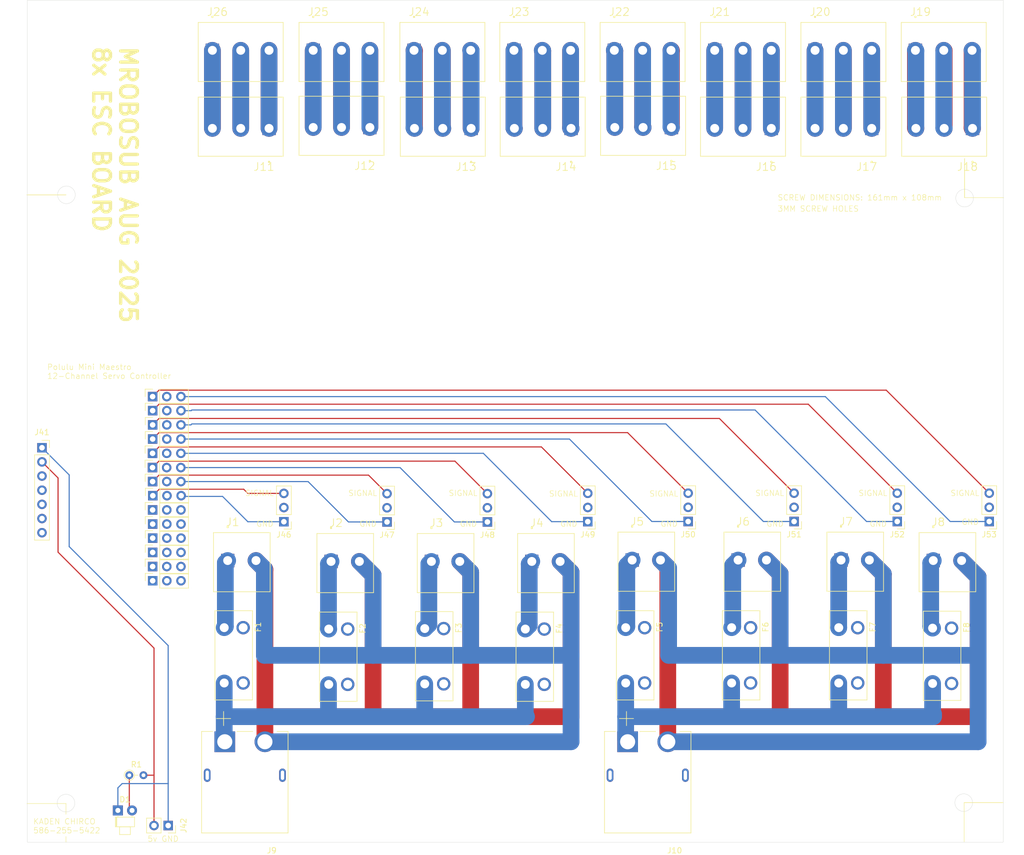
<source format=kicad_pcb>
(kicad_pcb (version 20241229) (generator "pcbnew") (generator_version "9.0")
  (layers (0 "F.Cu" signal) (2 "B.Cu" signal) (13 "F.Paste" user) (15 "B.Paste" user) (5 "F.SilkS" user "F.Silkscreen") (7 "B.SilkS" user "B.Silkscreen") (1 "F.Mask" user) (3 "B.Mask" user) (25 "Edge.Cuts" user))
  (net 0 "")
  (net 1 "Net-(J9--)")
  (net 2 "Net-(F1-Pad1)")
  (net 3 "Net-(F2-Pad1)")
  (net 4 "Net-(F3-Pad1)")
  (net 5 "Net-(F4-Pad1)")
  (net 6 "Net-(J10--)")
  (net 7 "Net-(F5-Pad1)")
  (net 8 "Net-(F6-Pad1)")
  (net 9 "Net-(F7-Pad1)")
  (net 10 "Net-(F8-Pad1)")
  (net 11 "Net-(J9-+)")
  (net 12 "Net-(J11-Pad1)")
  (net 13 "Net-(J11-Pad2)")
  (net 14 "Net-(J11-Pad3)")
  (net 15 "Net-(J12-Pad1)")
  (net 16 "Net-(J12-Pad2)")
  (net 17 "Net-(J12-Pad3)")
  (net 18 "Net-(J13-Pad2)")
  (net 19 "Net-(J13-Pad3)")
  (net 20 "Net-(J13-Pad1)")
  (net 21 "Net-(J14-Pad1)")
  (net 22 "Net-(J14-Pad3)")
  (net 23 "Net-(J14-Pad2)")
  (net 24 "Net-(J15-Pad2)")
  (net 25 "Net-(J15-Pad1)")
  (net 26 "Net-(J15-Pad3)")
  (net 27 "Net-(J16-Pad3)")
  (net 28 "Net-(J16-Pad1)")
  (net 29 "Net-(J16-Pad2)")
  (net 30 "Net-(J17-Pad2)")
  (net 31 "Net-(J17-Pad3)")
  (net 32 "Net-(J17-Pad1)")
  (net 33 "Net-(J18-Pad3)")
  (net 34 "Net-(J18-Pad2)")
  (net 35 "Net-(J18-Pad1)")
  (net 36 "Net-(J10-+)")
  (net 69 "Net-(J27-Pin_3)")
  (net 70 "Net-(J27-Pin_1)")
  (net 71 "Net-(J28-Pin_1)")
  (net 72 "Net-(J28-Pin_3)")
  (net 73 "Net-(J29-Pin_3)")
  (net 74 "Net-(J29-Pin_1)")
  (net 75 "Net-(J30-Pin_1)")
  (net 76 "Net-(J30-Pin_3)")
  (net 77 "Net-(J31-Pin_3)")
  (net 78 "Net-(J31-Pin_1)")
  (net 79 "Net-(J32-Pin_1)")
  (net 80 "Net-(J32-Pin_3)")
  (net 81 "Net-(J33-Pin_1)")
  (net 82 "Net-(J33-Pin_3)")
  (net 83 "Net-(J34-Pin_1)")
  (net 84 "Net-(J34-Pin_3)")
  (net 85 "Net-(J41-Pin_2)")
  (net 86 "/V-")
  (net 94 "Net-(D1-A)")
  (footprint "TB009-508-03BE Wire Terminal:CUI_TB009-508-03BE" (layer "F.Cu") (at 193.92 45 180)
    (property "Reference" "J17")
    (property "Value" "TB009-508-03BE" (hide yes))
  )
  (footprint "Connector_PinSocket_2.54mm:PinSocket_1x03_P2.54mm_Vertical" (layer "F.Cu") (at 64.967439 98.173024 90)
    (property "Reference" "J29" (hide yes))
    (property "Value" "Conn_01x03_Pin" (hide yes))
  )
  (footprint "Connector_PinHeader_2.54mm:PinHeader_1x03_P2.54mm_Vertical" (layer "F.Cu") (at 143 115.525 180)
    (property "Reference" "J49")
    (property "Value" "Conn_01x03_Pin")
  )
  (footprint "3568:FUSE_3568" (layer "F.Cu") (at 170.5 139.5 -90)
    (property "Reference" "F6")
    (property "Value" "3568")
  )
  (footprint "Connector_PinSocket_2.54mm:PinSocket_1x07_P2.54mm_Vertical" (layer "F.Cu") (at 45.119269 102.269086)
    (property "Reference" "J41")
    (property "Value" "Conn_01x07_Socket")
  )
  (footprint "Connector_PinHeader_2.54mm:PinHeader_1x03_P2.54mm_Vertical" (layer "F.Cu") (at 107 115.58 180)
    (property "Reference" "J47")
    (property "Value" "Conn_01x03_Pin")
  )
  (footprint "TB009-508-03BE Wire Terminal:CUI_TB009-508-03BE" (layer "F.Cu") (at 93.76 31)
    (property "Reference" "J25")
    (property "Value" "TB009-508-03BE")
  )
  (footprint "3568:FUSE_3568" (layer "F.Cu") (at 206.54 139.5875 -90)
    (property "Reference" "F8")
    (property "Value" "3568")
  )
  (footprint "TB009-508-03BE Wire Terminal:CUI_TB009-508-03BE" (layer "F.Cu") (at 75.68 31)
    (property "Reference" "J26")
    (property "Value" "TB009-508-03BE")
  )
  (footprint "Connector_PinHeader_2.54mm:PinHeader_1x03_P2.54mm_Vertical" (layer "F.Cu") (at 125 115.58 180)
    (property "Reference" "J48")
    (property "Value" "Conn_01x03_Pin")
  )
  (footprint "TB009-508-02BE Wire Terminal:CUI_TB009-508-02BE" (layer "F.Cu") (at 114.96 122.6625)
    (property "Reference" "J3")
    (property "Value" "TB009-508-02BE" (hide yes))
  )
  (footprint "TB009-508-02BE Wire Terminal:CUI_TB009-508-02BE" (layer "F.Cu") (at 132.96 122.6625)
    (property "Reference" "J4")
    (property "Value" "TB009-508-02BE" (hide yes))
  )
  (footprint "TB009-508-03BE Wire Terminal:CUI_TB009-508-03BE" (layer "F.Cu") (at 165.76 31)
    (property "Reference" "J21")
    (property "Value" "TB009-508-03BE")
  )
  (footprint "TB009-508-03BE Wire Terminal:CUI_TB009-508-03BE" (layer "F.Cu") (at 175.92 45 180)
    (property "Reference" "J16")
    (property "Value" "TB009-508-03BE" (hide yes))
  )
  (footprint "TB009-508-02BE Wire Terminal:CUI_TB009-508-02BE" (layer "F.Cu") (at 96.96 122.6625)
    (property "Reference" "J2")
    (property "Value" "TB009-508-02BE" (hide yes))
  )
  (footprint "TB009-508-02BE Wire Terminal:CUI_TB009-508-02BE" (layer "F.Cu") (at 188.42 122.4125)
    (property "Reference" "J7")
    (property "Value" "TB009-508-02BE" (hide yes))
  )
  (footprint "LED_THT:LED_D1.8mm_W1.8mm_H2.4mm_Horizontal_O1.27mm_Z4.9mm" (layer "F.Cu") (at 58.73 167.315)
    (property "Reference" "D1")
    (property "Value" "LED")
  )
  (footprint "TB009-508-03BE Wire Terminal:CUI_TB009-508-03BE" (layer "F.Cu") (at 183.76 31)
    (property "Reference" "J20")
    (property "Value" "TB009-508-03BE")
  )
  (footprint "3568:FUSE_3568" (layer "F.Cu") (at 189.71 139.5 -90)
    (property "Reference" "F7")
    (property "Value" "3568")
  )
  (footprint "Connector_PinSocket_2.54mm:PinSocket_1x03_P2.54mm_Vertical" (layer "F.Cu") (at 64.970921 121.044758 90)
    (property "Reference" "J38" (hide yes))
    (property "Value" "Conn_01x03_Pin" (hide yes))
  )
  (footprint "Connector_PinSocket_2.54mm:PinSocket_1x03_P2.54mm_Vertical" (layer "F.Cu") (at 64.960418 113.425842 90)
    (property "Reference" "J35" (hide yes))
    (property "Value" "Conn_01x03_Pin" (hide yes))
  )
  (footprint "Connector_PinSocket_2.54mm:PinSocket_1x03_P2.54mm_Vertical" (layer "F.Cu") (at 64.949124 103.273625 90)
    (property "Reference" "J31" (hide yes))
    (property "Value" "Conn_01x03_Pin" (hide yes))
  )
  (footprint "TB009-508-02BE Wire Terminal:CUI_TB009-508-02BE" (layer "F.Cu") (at 204.96 122.5)
    (property "Reference" "J8")
    (property "Value" "TB009-508-02BE" (hide yes))
  )
  (footprint "Connector_PinSocket_2.54mm:PinSocket_1x03_P2.54mm_Vertical" (layer "F.Cu") (at 64.939967 105.828505 90)
    (property "Reference" "J32" (hide yes))
    (property "Value" "Conn_01x03_Pin" (hide yes))
  )
  (footprint "TB009-508-03BE Wire Terminal:CUI_TB009-508-03BE" (layer "F.Cu") (at 111.84 31)
    (property "Reference" "J24")
    (property "Value" "TB009-508-03BE")
  )
  (footprint "Connector_PinHeader_2.54mm:PinHeader_1x03_P2.54mm_Vertical" (layer "F.Cu") (at 215 115.5 180)
    (property "Reference" "J53")
    (property "Value" "Conn_01x03_Pin")
  )
  (footprint "TB009-508-02BE Wire Terminal:CUI_TB009-508-02BE" (layer "F.Cu") (at 169.96 122.4125)
    (property "Reference" "J6")
    (property "Value" "TB009-508-02BE" (hide yes))
  )
  (footprint "XT60PW-M Power Connector:AMASS_XT60PW-M" (layer "F.Cu") (at 81.5 161 180)
    (property "Reference" "J9")
    (property "Value" "XT60PW-M")
  )
  (footprint "XT60PW-M Power Connector:AMASS_XT60PW-M" (layer "F.Cu") (at 153.75 161 180)
    (property "Reference" "J10")
    (property "Value" "XT60PW-M")
  )
  (footprint "TB009-508-03BE Wire Terminal:CUI_TB009-508-03BE" (layer "F.Cu") (at 85.84 45 180)
    (property "Reference" "J11")
    (property "Value" "TB009-508-03BE")
  )
  (footprint "Connector_PinHeader_2.54mm:PinHeader_1x03_P2.54mm_Vertical" (layer "F.Cu") (at 88.5 115.54 180)
    (property "Reference" "J46")
    (property "Value" "Conn_01x03_Pin")
  )
  (footprint "Connector_PinSocket_2.54mm:PinSocket_1x03_P2.54mm_Vertical" (layer "F.Cu") (at 64.970921 115.959418 90)
    (property "Reference" "J36" (hide yes))
    (property "Value" "Conn_01x03_Pin" (hide yes))
  )
  (footprint "Resistor_THT:R_Axial_DIN0204_L3.6mm_D1.6mm_P2.54mm_Vertical" (layer "F.Cu") (at 60.78 161)
    (property "Reference" "R1")
    (property "Value" "R_Small_US")
  )
  (footprint "Connector_PinSocket_2.54mm:PinSocket_1x03_P2.54mm_Vertical" (layer "F.Cu") (at 64.967439 100.709589 90)
    (property "Reference" "J30" (hide yes))
    (property "Value" "Conn_01x03_Pin" (hide yes))
  )
  (footprint "TB009-508-03BE Wire Terminal:CUI_TB009-508-03BE" (layer "F.Cu") (at 103.92 44.8375 180)
    (property "Reference" "J12")
    (property "Value" "TB009-508-03BE" (hide yes))
  )
  (footprint "Connector_PinSocket_2.54mm:PinSocket_1x03_P2.54mm_Vertical" (layer "F.Cu") (at 64.967503 95.619009 90)
    (property "Reference" "J28" (hide yes))
    (property "Value" "Conn_01x03_Pin" (hide yes))
  )
  (footprint "TB009-508-03BE Wire Terminal:CUI_TB009-508-03BE" (layer "F.Cu") (at 201.76 31)
    (property "Reference" "J19")
    (property "Value" "TB009-508-03BE" (hide yes))
  )
  (footprint "TB009-508-03BE Wire Terminal:CUI_TB009-508-03BE" (layer "F.Cu") (at 140 45 180)
    (property "Reference" "J14")
    (property "Value" "TB009-508-03BE" (hide yes))
  )
  (footprint "Connector_PinSocket_2.54mm:PinSocket_1x03_P2.54mm_Vertical" (layer "F.Cu") (at 64.970921 118.480721 90)
    (property "Reference" "J37" (hide yes))
    (property "Value" "Conn_01x03_Pin" (hide yes))
  )
  (footprint "Connector_PinHeader_2.54mm:PinHeader_1x03_P2.54mm_Vertical" (layer "F.Cu") (at 180 115.5 180)
    (property "Reference" "J51")
    (property "Value" "Conn_01x03_Pin")
  )
  (footprint "3568:FUSE_3568" (layer "F.Cu") (at 98.25 139.75 -90)
    (property "Reference" "F2")
    (property "Value" "3568")
  )
  (footprint "Connector_PinSocket_2.54mm:PinSocket_1x03_P2.54mm_Vertical" (layer "F.Cu") (at 64.958281 108.337598 90)
    (property "Reference" "J33" (hide yes))
    (property "Value" "Conn_01x03_Pin" (hide yes))
  )
  (footprint "TB009-508-03BE Wire Terminal:CUI_TB009-508-03BE" (layer "F.Cu") (at 129.76 31)
    (property "Reference" "J23")
    (property "Value" "TB009-508-03BE")
  )
  (footprint "TB009-508-02BE Wire Terminal:CUI_TB009-508-02BE" (layer "F.Cu") (at 78.42 122.5)
    (property "Reference" "J1")
    (property "Value" "TB009-508-02BE")
  )
  (footprint "Connector_PinHeader_2.54mm:PinHeader_1x03_P2.54mm_Vertical" (layer "F.Cu") (at 198.5 115.5 180)
    (property "Reference" "J52")
    (property "Value" "Conn_01x03_Pin")
  )
  (footprint "Connector_PinSocket_2.54mm:PinSocket_1x03_P2.54mm_Vertical" (layer "F.Cu") (at 64.962539 123.577801 90)
    (property "Reference" "J39" (hide yes))
    (property "Value" "Conn_01x03_Pin" (hide yes))
  )
  (footprint "Connector_PinSocket_2.54mm:PinSocket_1x02_P2.54mm_Vertical" (layer "F.Cu") (at 67.75 170.025 -90)
    (property "Reference" "J42")
    (property "Value" "Conn_01x02_Socket" (hide yes))
  )
  (footprint "3568:FUSE_3568" (layer "F.Cu") (at 133.5 139.75 -90)
    (property "Reference" "F4")
    (property "Value" "3568")
  )
  (footprint "TB009-508-02BE Wire Terminal:CUI_TB009-508-02BE" (layer "F.Cu") (at 150.96 122.4125)
    (property "Reference" "J5")
    (property "Value" "TB009-508-02BE" (hide yes))
  )
  (footprint "TB009-508-03BE Wire Terminal:CUI_TB009-508-03BE" (layer "F.Cu") (at 122.08 45 180)
    (property "Reference" "J13")
    (property "Value" "TB009-508-03BE" (hide yes))
  )
  (footprint "Connector_PinHeader_2.54mm:PinHeader_1x03_P2.54mm_Vertical" (layer "F.Cu") (at 161 115.5 180)
    (property "Reference" "J50")
    (property "Value" "Conn_01x03_Pin")
  )
  (footprint "3568:FUSE_3568" (layer "F.Cu") (at 115.46 139.6625 -90)
    (property "Reference" "F3")
    (property "Value" "3568")
  )
  (footprint "TB009-508-03BE Wire Terminal:CUI_TB009-508-03BE" (layer "F.Cu") (at 147.76 31)
    (property "Reference" "J22")
    (property "Value" "TB009-508-03BE")
  )
  (footprint "3568:FUSE_3568" (layer "F.Cu") (at 151.5 139.5 -90)
    (property "Reference" "F5")
    (property "Value" "3568")
  )
  (footprint "3568:FUSE_3568" (layer "F.Cu") (at 79.5 139.5 -90)
    (property "Reference" "F1")
    (property "Value" "3568")
  )
  (footprint "Connector_PinSocket_2.54mm:PinSocket_1x03_P2.54mm_Vertical" (layer "F.Cu") (at 64.958281 93.099894 90)
    (property "Reference" "J27" (hide yes))
    (property "Value" "Conn_01x03_Pin" (hide yes))
  )
  (footprint "Connector_PinSocket_2.54mm:PinSocket_1x03_P2.54mm_Vertical" (layer "F.Cu") (at 64.971518 126.12538 90)
    (property "Reference" "J40" (hide yes))
    (property "Value" "Conn_01x03_Pin" (hide yes))
  )
  (footprint "Connector_PinSocket_2.54mm:PinSocket_1x03_P2.54mm_Vertical" (layer "F.Cu") (at 64.997189 110.867798 90)
    (property "Reference" "J34" (hide yes))
    (property "Value" "Conn_01x03_Pin" (hide yes))
  )
  (footprint "TB009-508-03BE Wire Terminal:CUI_TB009-508-03BE" (layer "F.Cu") (at 212 45 180)
    (property "Reference" "J18")
    (property "Value" "TB009-508-03BE")
  )
  (footprint "TB009-508-03BE Wire Terminal:CUI_TB009-508-03BE" (layer "F.Cu") (at 158 44.8375 180)
    (property "Reference" "J15")
    (property "Value" "TB009-508-03BE" (hide yes))
  )
  (gr_line (start 42.418861 56.918861) (end 49.418861 56.918861) (stroke (width 0.1)) (layer "F.SilkS"))
  (gr_line (start 210.581139 50.418861) (end 210.581139 57.418861) (stroke (width 0.1)) (layer "F.SilkS"))
  (gr_line (start 49.418861 56.918861) (end 42.418861 56.918861) (stroke (width 0.1)) (layer "F.SilkS"))
  (gr_line (start 217.5 165.918861) (end 210.5 165.918861) (stroke (width 0.1)) (layer "F.SilkS"))
  (gr_line (start 49.418861 168) (end 49.418861 166.081139) (stroke (width 0.1)) (layer "F.SilkS"))
  (gr_line (start 210.5 165.918861) (end 217.5 165.918861) (stroke (width 0.1)) (layer "F.SilkS"))
  (gr_line (start 210.581139 57.418861) (end 217.581139 57.418861) (stroke (width 0.1)) (layer "F.SilkS"))
  (gr_line (start 210.581139 57.418861) (end 210.581139 50.418861) (stroke (width 0.1)) (layer "F.SilkS"))
  (gr_line (start 210.5 165.918861) (end 210.5 172.918861) (stroke (width 0.1)) (layer "F.SilkS"))
  (gr_line (start 49.418861 172) (end 49.418861 173) (stroke (width 0.1)) (layer "F.SilkS"))
  (gr_line (start 49.418861 166.081139) (end 42.418861 166.081139) (stroke (width 0.1)) (layer "F.SilkS"))
  (gr_circle (center 49.418861 166) (end 47.918861 165.5) (stroke (width 0.05)) (fill no) (layer "Edge.Cuts"))
  (gr_circle (center 49.5 56.918861) (end 50 55.418861) (stroke (width 0.05)) (fill no) (layer "Edge.Cuts"))
  (gr_rect (start 42.5 22) (end 217.5 173) (stroke (width 0.05)) (fill no) (layer "Edge.Cuts"))
  (gr_circle (center 210.581139 57.5) (end 212.081139 58) (stroke (width 0.05)) (fill no) (layer "Edge.Cuts"))
  (gr_circle (center 210.418861 165.918861) (end 209.918861 167.418861) (stroke (width 0.05)) (fill no) (layer "Edge.Cuts"))
  (gr_text "SCREW DIMENSIONS: 161mm x 108mm" (at 177 58 0) (layer "F.SilkS") (effects (font (size 1 1) (thickness 0.1)) (justify left bottom)))
  (gr_text "GND" (at 156 116.5 0) (layer "F.SilkS") (effects (font (size 1 1) (thickness 0.1)) (justify left bottom)))
  (gr_text "5v\n" (at 64 173 0) (layer "F.SilkS") (effects (font (size 1 1) (thickness 0.1)) (justify left bottom)))
  (gr_text "3MM SCREW HOLES\n" (at 177 60 0) (layer "F.SilkS") (effects (font (size 1 1) (thickness 0.1)) (justify left bottom)))
  (gr_text "GND" (at 83.5 116.5 0) (layer "F.SilkS") (effects (font (size 1 1) (thickness 0.1)) (justify left bottom)))
  (gr_text "SIGNAL\n" (at 100 111 0) (layer "F.SilkS") (effects (font (size 1 1) (thickness 0.1)) (justify left bottom)))
  (gr_text "Polulu Mini Maestro \n12-Channel Servo Controller" (at 46 90 0) (layer "F.SilkS") (effects (font (size 1 1) (thickness 0.1)) (justify left bottom)))
  (gr_text "GND" (at 138 116.5 0) (layer "F.SilkS") (effects (font (size 1 1) (thickness 0.1)) (justify left bottom)))
  (gr_text "KADEN CHIRCO \n586-255-5422" (at 43.5 171.5 0) (layer "F.SilkS") (effects (font (size 1 1) (thickness 0.1)) (justify left bottom)))
  (gr_text "SIGNAL\n" (at 136 111.105507 0) (layer "F.SilkS") (effects (font (size 1 1) (thickness 0.1)) (justify left bottom)))
  (gr_text "GND" (at 120 116.5 0) (layer "F.SilkS") (effects (font (size 1 1) (thickness 0.1)) (justify left bottom)))
  (gr_text "SIGNAL\n" (at 118 111 0) (layer "F.SilkS") (effects (font (size 1 1) (thickness 0.1)) (justify left bottom)))
  (gr_text "MROBOSUB AUG 2025\n8x ESC BOARD" (at 54 30 270) (layer "F.SilkS") (effects (font (size 3 3) (thickness 0.6) (bold yes)) (justify left bottom)))
  (gr_text "SIGNAL\n" (at 173 111 0) (layer "F.SilkS") (effects (font (size 1 1) (thickness 0.1)) (justify left bottom)))
  (gr_text "GND" (at 210 116.165 0) (layer "F.SilkS") (effects (font (size 1 1) (thickness 0.1)) (justify left bottom)))
  (gr_text "SIGNAL\n" (at 81.5 111 0) (layer "F.SilkS") (effects (font (size 1 1) (thickness 0.1)) (justify left bottom)))
  (gr_text "GND\n" (at 66.5 173 0) (layer "F.SilkS") (effects (font (size 1 1) (thickness 0.1)) (justify left bottom)))
  (gr_text "SIGNAL\n" (at 154 111.105507 0) (layer "F.SilkS") (effects (font (size 1 1) (thickness 0.1)) (justify left bottom)))
  (gr_text "GND" (at 102 116.5 0) (layer "F.SilkS") (effects (font (size 1 1) (thickness 0.1)) (justify left bottom)))
  (gr_text "SIGNAL\n" (at 191.5 111 0) (layer "F.SilkS") (effects (font (size 1 1) (thickness 0.1)) (justify left bottom)))
  (gr_text "SIGNAL\n" (at 208 111 0) (layer "F.SilkS") (effects (font (size 1 1) (thickness 0.1)) (justify left bottom)))
  (gr_text "GND" (at 175 116.5 0) (layer "F.SilkS") (effects (font (size 1 1) (thickness 0.1)) (justify left bottom)))
  (gr_text "GND" (at 193.5 116.5 0) (layer "F.SilkS") (effects (font (size 1 1) (thickness 0.1)) (justify left bottom)))
  (segment (start 104.5 125.1225) (end 102.04 122.6625) (width 3) (layer "F.Cu") (net 1))
  (segment (start 122 150.5) (end 122 124.6225) (width 3) (layer "F.Cu") (net 1))
  (segment (start 85.1 150.5) (end 85.1 124.1) (width 3) (layer "F.Cu") (net 1))
  (segment (start 104.5 150.5) (end 104.5 125.1225) (width 3) (layer "F.Cu") (net 1))
  (segment (start 85.1 150.5) (end 104.5 150.5) (width 3) (layer "F.Cu") (net 1))
  (segment (start 85.1 155) (end 85.1 150.5) (width 3) (layer "F.Cu") (net 1))
  (segment (start 104.5 150.5) (end 122 150.5) (width 3) (layer "F.Cu") (net 1))
  (segment (start 140 150.5) (end 140 124.6225) (width 3) (layer "F.Cu") (net 1))
  (segment (start 122 150.5) (end 140 150.5) (width 3) (layer "F.Cu") (net 1))
  (segment (start 85.1 124.1) (end 83.5 122.5) (width 3) (layer "F.Cu") (net 1))
  (segment (start 122 124.6225) (end 120.04 122.6625) (width 3) (layer "F.Cu") (net 1))
  (segment (start 140 124.6225) (end 138.04 122.6625) (width 3) (layer "F.Cu") (net 1))
  (segment (start 122 124.6225) (end 120.04 122.6625) (width 3) (layer "B.Cu") (net 1))
  (segment (start 104.5 139.5) (end 85 139.5) (width 3) (layer "B.Cu") (net 1))
  (segment (start 85 139.5) (end 85 124) (width 3) (layer "B.Cu") (net 1))
  (segment (start 140 139.5) (end 122 139.5) (width 3) (layer "B.Cu") (net 1))
  (segment (start 122 139.5) (end 104.5 139.5) (width 3) (layer "B.Cu") (net 1))
  (segment (start 140 124.6225) (end 138.04 122.6625) (width 3) (layer "B.Cu") (net 1))
  (segment (start 104.5 125.1225) (end 102.04 122.6625) (width 3) (layer "B.Cu") (net 1))
  (segment (start 104.5 139.5) (end 104.5 125.1225) (width 3) (layer "B.Cu") (net 1))
  (segment (start 85.1 155) (end 140 155) (width 3) (layer "B.Cu") (net 1))
  (segment (start 140 155) (end 140 139.5) (width 3) (layer "B.Cu") (net 1))
  (segment (start 140 139.5) (end 140 124.6225) (width 3) (layer "B.Cu") (net 1))
  (segment (start 85 124) (end 83.5 122.5) (width 3) (layer "B.Cu") (net 1))
  (segment (start 122 139.5) (end 122 124.6225) (width 3) (layer "B.Cu") (net 1))
  (segment (start 78.42 133.92) (end 77.8 134.54) (width 0.2) (layer "F.Cu") (net 2))
  (segment (start 78.42 122.5) (end 78 122.92) (width 3) (layer "B.Cu") (net 2))
  (segment (start 78 134.34) (end 77.8 134.54) (width 3) (layer "B.Cu") (net 2))
  (segment (start 78 122.92) (end 78 134.34) (width 3) (layer "B.Cu") (net 2))
  (segment (start 96.96 134.38) (end 96.55 134.79) (width 0.2) (layer "F.Cu") (net 3))
  (segment (start 96.5 123.1225) (end 96.5 134.74) (width 3) (layer "B.Cu") (net 3))
  (segment (start 96.5 134.74) (end 96.55 134.79) (width 3) (layer "B.Cu") (net 3))
  (segment (start 96.96 122.6625) (end 96.5 123.1225) (width 3) (layer "B.Cu") (net 3))
  (segment (start 114.96 133.5025) (end 113.76 134.7025) (width 0.2) (layer "F.Cu") (net 4))
  (segment (start 114.96 122.6625) (end 114.5 123.1225) (width 3) (layer "B.Cu") (net 4))
  (segment (start 114.5 133.9625) (end 113.76 134.7025) (width 3) (layer "B.Cu") (net 4))
  (segment (start 114.5 123.1225) (end 114.5 133.9625) (width 3) (layer "B.Cu") (net 4))
  (segment (start 132.96 133.63) (end 131.8 134.79) (width 0.2) (layer "F.Cu") (net 5))
  (segment (start 132.5 123.1225) (end 132.5 134.09) (width 3) (layer "B.Cu") (net 5))
  (segment (start 132.5 134.09) (end 131.8 134.79) (width 3) (layer "B.Cu") (net 5))
  (segment (start 132.96 122.6625) (end 132.5 123.1225) (width 3) (layer "B.Cu") (net 5))
  (segment (start 196 150.5) (end 213 150.5) (width 3) (layer "F.Cu") (net 6))
  (segment (start 177.5 124.8725) (end 175.04 122.4125) (width 3) (layer "F.Cu") (net 6))
  (segment (start 196 124.9125) (end 193.5 122.4125) (width 3) (layer "F.Cu") (net 6))
  (segment (start 157.35 155) (end 157.35 150.5) (width 3) (layer "F.Cu") (net 6))
  (segment (start 157.35 123.7225) (end 156.04 122.4125) (width 3) (layer "F.Cu") (net 6))
  (segment (start 213 125.46) (end 210.04 122.5) (width 3) (layer "F.Cu") (net 6))
  (segment (start 177.5 150.5) (end 196 150.5) (width 3) (layer "F.Cu") (net 6))
  (segment (start 196 150.5) (end 196 124.9125) (width 3) (layer "F.Cu") (net 6))
  (segment (start 177.5 150.5) (end 177.5 124.8725) (width 3) (layer "F.Cu") (net 6))
  (segment (start 157.35 150.5) (end 177.5 150.5) (width 3) (layer "F.Cu") (net 6))
  (segment (start 213 150.5) (end 213 125.46) (width 3) (layer "F.Cu") (net 6))
  (segment (start 157.35 150.5) (end 157.35 123.7225) (width 3) (layer "F.Cu") (net 6))
  (segment (start 213 139.5) (end 196 139.5) (width 3) (layer "B.Cu") (net 6))
  (segment (start 196 124.9125) (end 193.5 122.4125) (width 3) (layer "B.Cu") (net 6))
  (segment (start 213 125.46) (end 210.04 122.5) (width 3) (layer "B.Cu") (net 6))
  (segment (start 196 139.5) (end 196 124.9125) (width 3) (layer "B.Cu") (net 6))
  (segment (start 157.35 155) (end 213 155) (width 3) (layer "B.Cu") (net 6))
  (segment (start 177.5 124.8725) (end 175.04 122.4125) (width 3) (layer "B.Cu") (net 6))
  (segment (start 196 139.5) (end 177.5 139.5) (width 3) (layer "B.Cu") (net 6))
  (segment (start 157.5 123.8725) (end 156.04 122.4125) (width 3) (layer "B.Cu") (net 6))
  (segment (start 157.5 139.5) (end 157.5 123.8725) (width 3) (layer "B.Cu") (net 6))
  (segment (start 177.5 139.5) (end 177.5 124.8725) (width 3) (layer "B.Cu") (net 6))
  (segment (start 213 139.5) (end 213 125.46) (width 3) (layer "B.Cu") (net 6))
  (segment (start 213 155) (end 213 139.5) (width 3) (layer "B.Cu") (net 6))
  (segment (start 177.5 139.5) (end 157.5 139.5) (width 3) (layer "B.Cu") (net 6))
  (segment (start 150.96 133.38) (end 149.8 134.54) (width 0.2) (layer "F.Cu") (net 7))
  (segment (start 150 123.3725) (end 150 134.34) (width 3) (layer "B.Cu") (net 7))
  (segment (start 150 134.34) (end 149.8 134.54) (width 3) (layer "B.Cu") (net 7))
  (segment (start 150.96 122.4125) (end 150 123.3725) (width 3) (layer "B.Cu") (net 7))
  (segment (start 169.96 133.38) (end 168.8 134.54) (width 0.2) (layer "F.Cu") (net 8))
  (segment (start 169 134.34) (end 168.8 134.54) (width 3) (layer "B.Cu") (net 8))
  (segment (start 169 123.3725) (end 169 134.34) (width 3) (layer "B.Cu") (net 8))
  (segment (start 169.96 122.4125) (end 169 123.3725) (width 3) (layer "B.Cu") (net 8))
  (segment (start 188.42 134.13) (end 188.01 134.54) (width 0.2) (layer "F.Cu") (net 9))
  (segment (start 188 122.8325) (end 188 134.53) (width 3) (layer "B.Cu") (net 9))
  (segment (start 188 134.53) (end 188.01 134.54) (width 3) (layer "B.Cu") (net 9))
  (segment (start 188.42 122.4125) (end 188 122.8325) (width 3) (layer "B.Cu") (net 9))
  (segment (start 204.96 134.5075) (end 204.84 134.6275) (width 0.2) (layer "F.Cu") (net 10))
  (segment (start 204.5 134.2875) (end 204.84 134.6275) (width 3) (layer "B.Cu") (net 10))
  (segment (start 204.96 122.5) (end 204.5 122.96) (width 3) (layer "B.Cu") (net 10))
  (segment (start 204.5 122.96) (end 204.5 134.2875) (width 3) (layer "B.Cu") (net 10))
  (segment (start 96.55 144.71) (end 96.5 144.76) (width 0.2) (layer "F.Cu") (net 11))
  (segment (start 77.8 154.9) (end 77.9 155) (width 0.2) (layer "F.Cu") (net 11))
  (segment (start 113.5 150.5) (end 96.5 150.5) (width 3) (layer "B.Cu") (net 11))
  (segment (start 113.76 144.6225) (end 113.76 150.24) (width 3) (layer "B.Cu") (net 11))
  (segment (start 96.5 150.5) (end 77.8 150.5) (width 3) (layer "B.Cu") (net 11))
  (segment (start 77.8 144.46) (end 77.8 150.5) (width 3) (layer "B.Cu") (net 11))
  (segment (start 132 150.5) (end 113.5 150.5) (width 3) (layer "B.Cu") (net 11))
  (segment (start 113.76 150.24) (end 113.5 150.5) (width 3) (layer "B.Cu") (net 11))
  (segment (start 96.5 144.76) (end 96.5 150.5) (width 3) (layer "B.Cu") (net 11))
  (segment (start 77.8 150.5) (end 77.8 154.9) (width 3) (layer "B.Cu") (net 11))
  (segment (start 131.8 150.3) (end 132 150.5) (width 3) (layer "B.Cu") (net 11))
  (segment (start 131.8 144.71) (end 131.8 150.3) (width 3) (layer "B.Cu") (net 11))
  (segment (start 85.84 45) (end 85.84 31) (width 3) (layer "F.Cu") (net 12))
  (segment (start 85.84 31) (end 85.84 45) (width 3) (layer "B.Cu") (net 12))
  (segment (start 80.76 31) (end 80.76 45) (width 3) (layer "F.Cu") (net 13))
  (segment (start 80.76 45) (end 80.76 31) (width 3) (layer "B.Cu") (net 13))
  (segment (start 75.68 45) (end 75.68 31) (width 3) (layer "F.Cu") (net 14))
  (segment (start 75.68 31) (end 75.68 45) (width 3) (layer "B.Cu") (net 14))
  (segment (start 103.92 31) (end 103.92 44.8375) (width 3) (layer "F.Cu") (net 15))
  (segment (start 103.92 44.8375) (end 103.92 31) (width 3) (layer "B.Cu") (net 15))
  (segment (start 98.84 44.8375) (end 98.84 31) (width 3) (layer "F.Cu") (net 16))
  (segment (start 98.84 31) (end 98.84 44.8375) (width 3) (layer "B.Cu") (net 16))
  (segment (start 93.76 31) (end 93.76 44.8375) (width 3) (layer "F.Cu") (net 17))
  (segment (start 93.76 44.8375) (end 93.76 31) (width 3) (layer "B.Cu") (net 17))
  (segment (start 116.92 44.92) (end 117 45) (width 3) (layer "F.Cu") (net 18))
  (segment (start 116.92 31) (end 116.92 44.92) (width 3) (layer "F.Cu") (net 18))
  (segment (start 116.92 31) (end 116.92 44.92) (width 3) (layer "B.Cu") (net 18))
  (segment (start 116.92 44.92) (end 117 45) (width 3) (layer "B.Cu") (net 18))
  (segment (start 111.92 45) (end 111.92 31.08) (width 3) (layer "F.Cu") (net 19))
  (segment (start 111.92 31.08) (end 111.84 31) (width 3) (layer "F.Cu") (net 19))
  (segment (start 111.84 44.92) (end 111.92 45) (width 3) (layer "B.Cu") (net 19))
  (segment (start 111.84 31) (end 111.84 44.92) (width 3) (layer "B.Cu") (net 19))
  (segment (start 122.08 45) (end 122.08 31.08) (width 3) (layer "F.Cu") (net 20))
  (segment (start 122.08 31.08) (end 122 31) (width 3) (layer "F.Cu") (net 20))
  (segment (start 122.08 31.08) (end 122 31) (width 3) (layer "B.Cu") (net 20))
  (segment (start 122.08 45) (end 122.08 31.08) (width 3) (layer "B.Cu") (net 20))
  (segment (start 139.92 31) (end 139.92 44.92) (width 3) (layer "F.Cu") (net 21))
  (segment (start 139.92 44.92) (end 140 45) (width 3) (layer "F.Cu") (net 21))
  (segment (start 139.92 31) (end 139.92 44.92) (width 3) (layer "B.Cu") (net 21))
  (segment (start 139.92 44.92) (end 140 45) (width 3) (layer "B.Cu") (net 21))
  (segment (start 129.76 31) (end 129.76 44.92) (width 3) (layer "F.Cu") (net 22))
  (segment (start 129.76 44.92) (end 129.84 45) (width 3) (layer "F.Cu") (net 22))
  (segment (start 129.76 44.92) (end 129.84 45) (width 3) (layer "B.Cu") (net 22))
  (segment (start 129.76 31) (end 129.76 44.92) (width 3) (layer "B.Cu") (net 22))
  (segment (start 134.92 45) (end 134.92 31.08) (width 3) (layer "F.Cu") (net 23))
  (segment (start 134.92 31.08) (end 134.84 31) (width 3) (layer "F.Cu") (net 23))
  (segment (start 134.92 31.08) (end 134.84 31) (width 3) (layer "B.Cu") (net 23))
  (segment (start 134.92 45) (end 134.92 31.08) (width 3) (layer "B.Cu") (net 23))
  (segment (start 152.84 31) (end 152.84 44.7575) (width 3) (layer "F.Cu") (net 24))
  (segment (start 152.84 44.7575) (end 152.92 44.8375) (width 3) (layer "F.Cu") (net 24))
  (segment (start 152.84 31) (end 152.84 44.7575) (width 3) (layer "B.Cu") (net 24))
  (segment (start 152.84 44.7575) (end 152.92 44.8375) (width 3) (layer "B.Cu") (net 24))
  (segment (start 158 31.08) (end 157.92 31) (width 3) (layer "F.Cu") (net 25))
  (segment (start 158 44.8375) (end 158 31.08) (width 3) (layer "F.Cu") (net 25))
  (segment (start 157.92 44.7575) (end 158 44.8375) (width 3) (layer "B.Cu") (net 25))
  (segment (start 157.92 31) (end 157.92 44.7575) (width 3) (layer "B.Cu") (net 25))
  (segment (start 147.84 44.8375) (end 147.84 31.08) (width 3) (layer "F.Cu") (net 26))
  (segment (start 147.84 31.08) (end 147.76 31) (width 3) (layer "F.Cu") (net 26))
  (segment (start 147.84 44.8375) (end 147.84 31.08) (width 3) (layer "B.Cu") (net 26))
  (segment (start 147.84 31.08) (end 147.76 31) (width 3) (layer "B.Cu") (net 26))
  (segment (start 165.76 31) (end 165.76 45) (width 3) (layer "F.Cu") (net 27))
  (segment (start 165.76 45) (end 165.76 31) (width 3) (layer "B.Cu") (net 27))
  (segment (start 175.92 31) (end 175.92 45) (width 3) (layer "F.Cu") (net 28))
  (segment (start 175.92 45) (end 175.92 31) (width 3) (layer "B.Cu") (net 28))
  (segment (start 170.84 45) (end 170.84 31) (width 3) (layer "F.Cu") (net 29))
  (segment (start 170.84 31) (end 170.84 45) (width 3) (layer "B.Cu") (net 29))
  (segment (start 188.84 31) (end 188.84 45) (width 3) (layer "F.Cu") (net 30))
  (segment (start 188.84 45) (end 188.84 31) (width 3) (layer "B.Cu") (net 30))
  (segment (start 183.76 45) (end 183.76 31) (width 3) (layer "F.Cu") (net 31))
  (segment (start 183.76 31) (end 183.76 45) (width 3) (layer "B.Cu") (net 31))
  (segment (start 193.92 45) (end 193.92 31) (width 3) (layer "F.Cu") (net 32))
  (segment (start 193.92 31) (end 193.92 45) (width 3) (layer "B.Cu") (net 32))
  (segment (start 201.76 31) (end 201.76 44.92) (width 3) (layer "F.Cu") (net 33))
  (segment (start 201.76 44.92) (end 201.84 45) (width 3) (layer "F.Cu") (net 33))
  (segment (start 201.84 45) (end 201.84 31.08) (width 3) (layer "B.Cu") (net 33))
  (segment (start 201.84 31.08) (end 201.76 31) (width 3) (layer "B.Cu") (net 33))
  (segment (start 206.92 45) (end 206.92 31.08) (width 3) (layer "F.Cu") (net 34))
  (segment (start 206.92 31.08) (end 206.84 31) (width 3) (layer "F.Cu") (net 34))
  (segment (start 206.84 31) (end 206.84 44.92) (width 3) (layer "B.Cu") (net 34))
  (segment (start 206.84 44.92) (end 206.92 45) (width 3) (layer "B.Cu") (net 34))
  (segment (start 211.92 31) (end 211.92 44.92) (width 3) (layer "F.Cu") (net 35))
  (segment (start 211.92 44.92) (end 212 45) (width 3) (layer "F.Cu") (net 35))
  (segment (start 212 45) (end 212 31.08) (width 3) (layer "B.Cu") (net 35))
  (segment (start 212 31.08) (end 211.92 31) (width 3) (layer "B.Cu") (net 35))
  (segment (start 149.8 154.65) (end 150.15 155) (width 0.2) (layer "F.Cu") (net 36))
  (segment (start 205 150) (end 204.84 149.84) (width 3) (layer "B.Cu") (net 36))
  (segment (start 188.01 144.46) (end 188.01 150.49) (width 3) (layer "B.Cu") (net 36))
  (segment (start 149.8 150.5) (end 169 150.5) (width 3) (layer "B.Cu") (net 36))
  (segment (start 168.8 144.46) (end 168.8 150.3) (width 3) (layer "B.Cu") (net 36))
  (segment (start 169 150.5) (end 188 150.5) (width 3) (layer "B.Cu") (net 36))
  (segment (start 204.84 149.84) (end 204.84 144.5475) (width 3) (layer "B.Cu") (net 36))
  (segment (start 149.8 144.46) (end 149.8 150.5) (width 3) (layer "B.Cu") (net 36))
  (segment (start 149.8 150.5) (end 149.8 154.65) (width 3) (layer "B.Cu") (net 36))
  (segment (start 188 150.5) (end 205 150.5) (width 3) (layer "B.Cu") (net 36))
  (segment (start 205 150.5) (end 205 150) (width 3) (layer "B.Cu") (net 36))
  (segment (start 70.038281 93.099894) (end 185.599894 93.099894) (width 0.2) (layer "B.Cu") (net 69))
  (segment (start 185.599894 93.099894) (end 208 115.5) (width 0.2) (layer "B.Cu") (net 69))
  (segment (start 208 115.5) (end 215 115.5) (width 0.2) (layer "B.Cu") (net 69))
  (segment (start 66.109281 91.948894) (end 196.528894 91.948894) (width 0.2) (layer "F.Cu") (net 70))
  (segment (start 196.528894 91.948894) (end 215 110.42) (width 0.2) (layer "F.Cu") (net 70))
  (segment (start 64.958281 93.099894) (end 66.109281 91.948894) (width 0.2) (layer "F.Cu") (net 70))
  (segment (start 182.548009 94.468009) (end 198.5 110.42) (width 0.2) (layer "F.Cu") (net 71))
  (segment (start 64.967503 95.619009) (end 66.118503 94.468009) (width 0.2) (layer "F.Cu") (net 71))
  (segment (start 66.118503 94.468009) (end 182.548009 94.468009) (width 0.2) (layer "F.Cu") (net 71))
  (segment (start 72 95.5) (end 173 95.5) (width 0.2) (layer "B.Cu") (net 72))
  (segment (start 173 95.5) (end 193 115.5) (width 0.2) (layer "B.Cu") (net 72))
  (segment (start 70.047503 95.619009) (end 71.880991 95.619009) (width 0.2) (layer "B.Cu") (net 72))
  (segment (start 193 115.5) (end 198.5 115.5) (width 0.2) (layer "B.Cu") (net 72))
  (segment (start 71.880991 95.619009) (end 72 95.5) (width 0.2) (layer "B.Cu") (net 72))
  (segment (start 71.826976 98.173024) (end 72 98) (width 0.2) (layer "B.Cu") (net 73))
  (segment (start 72 98) (end 157 98) (width 0.2) (layer "B.Cu") (net 73))
  (segment (start 174.5 115.5) (end 180 115.5) (width 0.2) (layer "B.Cu") (net 73))
  (segment (start 157 98) (end 174.5 115.5) (width 0.2) (layer "B.Cu") (net 73))
  (segment (start 70.047439 98.173024) (end 71.826976 98.173024) (width 0.2) (layer "B.Cu") (net 73))
  (segment (start 64.967439 98.173024) (end 66.118439 97.022024) (width 0.2) (layer "F.Cu") (net 74))
  (segment (start 166.602024 97.022024) (end 180 110.42) (width 0.2) (layer "F.Cu") (net 74))
  (segment (start 66.118439 97.022024) (end 166.602024 97.022024) (width 0.2) (layer "F.Cu") (net 74))
  (segment (start 66.118439 99.558589) (end 150.138589 99.558589) (width 0.2) (layer "F.Cu") (net 75))
  (segment (start 64.967439 100.709589) (end 66.118439 99.558589) (width 0.2) (layer "F.Cu") (net 75))
  (segment (start 150.138589 99.558589) (end 161 110.42) (width 0.2) (layer "F.Cu") (net 75))
  (segment (start 139.709589 100.709589) (end 154.5 115.5) (width 0.2) (layer "B.Cu") (net 76))
  (segment (start 154.5 115.5) (end 161 115.5) (width 0.2) (layer "B.Cu") (net 76))
  (segment (start 70.047439 100.709589) (end 139.709589 100.709589) (width 0.2) (layer "B.Cu") (net 76))
  (segment (start 70.029124 103.273625) (end 124.273625 103.273625) (width 0.2) (layer "B.Cu") (net 77))
  (segment (start 136.525 115.525) (end 143 115.525) (width 0.2) (layer "B.Cu") (net 77))
  (segment (start 124.273625 103.273625) (end 136.525 115.525) (width 0.2) (layer "B.Cu") (net 77))
  (segment (start 66.100124 102.122625) (end 134.677625 102.122625) (width 0.2) (layer "F.Cu") (net 78))
  (segment (start 134.677625 102.122625) (end 143 110.445) (width 0.2) (layer "F.Cu") (net 78))
  (segment (start 64.949124 103.273625) (end 66.100124 102.122625) (width 0.2) (layer "F.Cu") (net 78))
  (segment (start 119.177505 104.677505) (end 125 110.5) (width 0.2) (layer "F.Cu") (net 79))
  (segment (start 64.939967 105.828505) (end 66.090967 104.677505) (width 0.2) (layer "F.Cu") (net 79))
  (segment (start 66.090967 104.677505) (end 119.177505 104.677505) (width 0.2) (layer "F.Cu") (net 79))
  (segment (start 119.08 115.58) (end 125 115.58) (width 0.2) (layer "B.Cu") (net 80))
  (segment (start 70.019967 105.828505) (end 109.328505 105.828505) (width 0.2) (layer "B.Cu") (net 80))
  (segment (start 109.328505 105.828505) (end 119.08 115.58) (width 0.2) (layer "B.Cu") (net 80))
  (segment (start 66.109281 107.186598) (end 103.686598 107.186598) (width 0.2) (layer "F.Cu") (net 81))
  (segment (start 64.958281 108.337598) (end 66.109281 107.186598) (width 0.2) (layer "F.Cu") (net 81))
  (segment (start 103.686598 107.186598) (end 107 110.5) (width 0.2) (layer "F.Cu") (net 81))
  (segment (start 92.837598 108.337598) (end 100.08 115.58) (width 0.2) (layer "B.Cu") (net 82))
  (segment (start 100.08 115.58) (end 107 115.58) (width 0.2) (layer "B.Cu") (net 82))
  (segment (start 70.038281 108.337598) (end 92.837598 108.337598) (width 0.2) (layer "B.Cu") (net 82))
  (segment (start 64.997189 110.867798) (end 66.148189 109.716798) (width 0.2) (layer "F.Cu") (net 83))
  (segment (start 66.148189 109.716798) (end 81.296798 109.716798) (width 0.2) (layer "F.Cu") (net 83))
  (segment (start 81.296798 109.716798) (end 82.04 110.46) (width 0.2) (layer "F.Cu") (net 83))
  (segment (start 82.04 110.46) (end 88.5 110.46) (width 0.2) (layer "F.Cu") (net 83))
  (segment (start 77.5 111) (end 82.04 115.54) (width 0.2) (layer "B.Cu") (net 84))
  (segment (start 70.209391 111) (end 70.077189 110.867798) (width 0.2) (layer "B.Cu") (net 84))
  (segment (start 77.5 111) (end 70.209391 111) (width 0.2) (layer "B.Cu") (net 84))
  (segment (start 82.04 115.54) (end 88.5 115.54) (width 0.2) (layer "B.Cu") (net 84))
  (segment (start 65.21 161) (end 65.21 138.21) (width 0.2) (layer "F.Cu") (net 85))
  (segment (start 65.21 170.025) (end 65.21 161) (width 0.2) (layer "F.Cu") (net 85))
  (segment (start 65.21 138.21) (end 48 121) (width 0.2) (layer "F.Cu") (net 85))
  (segment (start 65.21 161) (end 63.32 161) (width 0.2) (layer "F.Cu") (net 85))
  (segment (start 48 121) (end 48 107.689817) (width 0.2) (layer "F.Cu") (net 85))
  (segment (start 48 107.689817) (end 45.119269 104.809086) (width 0.2) (layer "F.Cu") (net 85))
  (segment (start 59.5 162.5) (end 67.75 162.5) (width 0.2) (layer "B.Cu") (net 86))
  (segment (start 50 107.149817) (end 45.119269 102.269086) (width 0.2) (layer "B.Cu") (net 86))
  (segment (start 67.75 137.75) (end 50 120) (width 0.2) (layer "B.Cu") (net 86))
  (segment (start 50 120) (end 50 107.149817) (width 0.2) (layer "B.Cu") (net 86))
  (segment (start 58.73 163.27) (end 59.5 162.5) (width 0.2) (layer "B.Cu") (net 86))
  (segment (start 67.75 170.025) (end 67.75 162.5) (width 0.2) (layer "B.Cu") (net 86))
  (segment (start 67.75 162.5) (end 67.75 137.75) (width 0.2) (layer "B.Cu") (net 86))
  (segment (start 58.73 167.315) (end 58.73 163.27) (width 0.2) (layer "B.Cu") (net 86))
  (segment (start 60.78 161) (end 60.78 166.825) (width 0.2) (layer "F.Cu") (net 94))
  (segment (start 60.78 166.825) (end 61.27 167.315) (width 0.2) (layer "F.Cu") (net 94))
)
</source>
